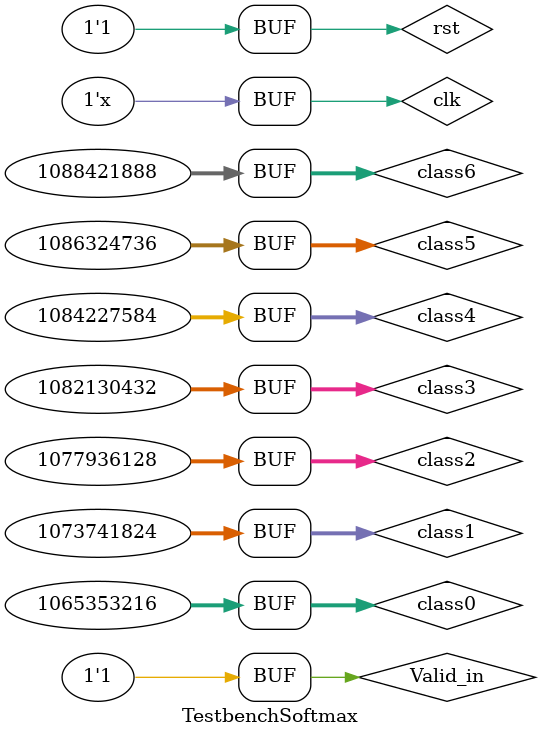
<source format=v>
module TestbenchSoftmax(
    
    );
    parameter CLK = 20;
    parameter Period = CLK*2;
    
    reg [31:0] class0,class1,class2,class3,class4,class5,class6;
    reg clk,rst,Valid_in;
    
    wire [31:0] out0,out1,out2,out3,out4,out5,out6;
    wire Valid_Out;
    
    integer file_read,Data,file_write;
    initial begin
        clk = 0;
        rst = 0;
        Valid_in =0;
        #Period
        rst = 1;
        Valid_in = 1;
        #CLK
        class0=32'h3f800000; //1
        class1=32'h40000000; //2
        class2=32'h40400000; //3
        class3=32'h40800000;//4
        class4=32'h40a00000;//5
        class5=32'h40c00000;//6
        class6=32'h40e00000;//7
    end
always  #CLK clk =~clk;
    softmax softmax_inst0(
                        .clk(clk),
                        .rst(rst),
                        .valid_in(Valid_in),
                        .class0(class0),
                        .class1(class1),
                        .class2(class2),
                        .class3(class3),
                        .class4(class4),
                        .class5(class5),
                        .class6(class6),
                        .out0(out0),
                        .out1(out1),
                        .out2(out2),
                        .out3(out3),
                        .out4(out4),
                        .out5(out5),
                        .out6(out6),
                        .valid_out(Valid_Out)
                        );

endmodule

</source>
